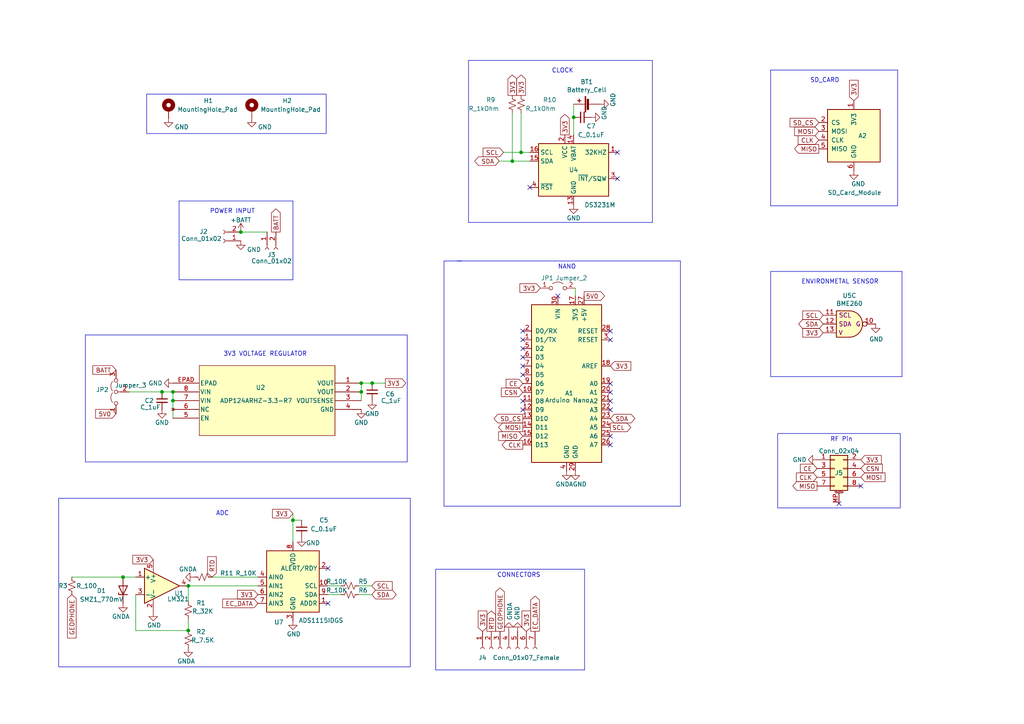
<source format=kicad_sch>
(kicad_sch (version 20230121) (generator eeschema)
  (paper "A4")
  (title_block (title "PENETROMETER BOARD") (date "2023-05-05") (company "ARTS LAB"))
  (lib_symbols
    (symbol "4xxx:4023" (pin_names (offset 1.016))
      (property "Reference" "U" (at 0 1.27 0))
      (property "Value" "4023" (at 0 -1.27 0))
      (symbol "4023_1_1"
        (arc (start 0 -3.81) (mid 3.7934 0) (end 0 3.81) (stroke (width 0.254)) (fill (type background)))
        (polyline (pts (xy 0 3.81) (xy -3.81 3.81) (xy -3.81 -3.81) (xy 0 -3.81)) (stroke (width 0.254)) (fill (type background)))
        (pin input line (at -7.62 2.54 0) (length 3.81) (name "~") (number "1"))
        (pin input line (at -7.62 0 0) (length 3.81) (name "~") (number "2"))
        (pin input line (at -7.62 -2.54 0) (length 3.81) (name "~") (number "8"))
        (pin output inverted (at 7.62 0 180) (length 3.81) (name "~") (number "9"))
      )
      (symbol "4023_1_2"
        (arc (start -3.81 -3.81) (mid -2.589 0) (end -3.81 3.81) (stroke (width 0.254)))
        (arc (start -0.6096 -3.81) (mid 2.1842 -2.5851) (end 3.81 0) (stroke (width 0.254)) (fill (type background)))
        (polyline (pts (xy -3.81 -3.81) (xy -0.635 -3.81)) (stroke (width 0.254)) (fill (type background)))
        (polyline (pts (xy -3.81 3.81) (xy -0.635 3.81)) (stroke (width 0.254)) (fill (type background)))
        (polyline (pts (xy -0.635 3.81) (xy -3.81 3.81) (xy -3.81 3.81) (xy -3.556 3.4036) (xy -3.0226 2.2606) (xy -2.6924 1.0414) (xy -2.6162 -0.254) (xy -2.7686 -1.4986) (xy -3.175 -2.7178) (xy -3.81 -3.81) (xy -3.81 -3.81) (xy -0.635 -3.81)) (stroke (width -25.4)) (fill (type background)))
        (arc (start 3.81 0) (mid 2.1915 2.5936) (end -0.6096 3.81) (stroke (width 0.254)) (fill (type background)))
        (pin input inverted (at -7.62 2.54 0) (length 4.318) (name "~") (number "1"))
        (pin input inverted (at -7.62 0 0) (length 4.953) (name "~") (number "2"))
        (pin input inverted (at -7.62 -2.54 0) (length 4.318) (name "~") (number "8"))
        (pin output line (at 7.62 0 180) (length 3.81) (name "~") (number "9"))
      )
      (symbol "4023_2_1"
        (arc (start 0 -3.81) (mid 3.7934 0) (end 0 3.81) (stroke (width 0.254)) (fill (type background)))
        (polyline (pts (xy 0 3.81) (xy -3.81 3.81) (xy -3.81 -3.81) (xy 0 -3.81)) (stroke (width 0.254)) (fill (type background)))
        (pin input line (at -7.62 2.54 0) (length 3.81) (name "~") (number "3"))
        (pin input line (at -7.62 0 0) (length 3.81) (name "~") (number "4"))
        (pin input line (at -7.62 -2.54 0) (length 3.81) (name "~") (number "5"))
        (pin output inverted (at 7.62 0 180) (length 3.81) (name "~") (number "6"))
      )
      (symbol "4023_2_2"
        (arc (start -3.81 -3.81) (mid -2.589 0) (end -3.81 3.81) (stroke (width 0.254)))
        (arc (start -0.6096 -3.81) (mid 2.1842 -2.5851) (end 3.81 0) (stroke (width 0.254)) (fill (type background)))
        (polyline (pts (xy -3.81 -3.81) (xy -0.635 -3.81)) (stroke (width 0.254)) (fill (type background)))
        (polyline (pts (xy -3.81 3.81) (xy -0.635 3.81)) (stroke (width 0.254)) (fill (type background)))
        (polyline (pts (xy -0.635 3.81) (xy -3.81 3.81) (xy -3.81 3.81) (xy -3.556 3.4036) (xy -3.0226 2.2606) (xy -2.6924 1.0414) (xy -2.6162 -0.254) (xy -2.7686 -1.4986) (xy -3.175 -2.7178) (xy -3.81 -3.81) (xy -3.81 -3.81) (xy -0.635 -3.81)) (stroke (width -25.4)) (fill (type background)))
        (arc (start 3.81 0) (mid 2.1915 2.5936) (end -0.6096 3.81) (stroke (width 0.254)) (fill (type background)))
        (pin input inverted (at -7.62 2.54 0) (length 4.318) (name "~") (number "3"))
        (pin input inverted (at -7.62 0 0) (length 4.953) (name "~") (number "4"))
        (pin input inverted (at -7.62 -2.54 0) (length 4.318) (name "~") (number "5"))
        (pin output line (at 7.62 0 180) (length 3.81) (name "~") (number "6"))
      )
      (symbol "4023_3_1"
        (arc (start 0 -3.81) (mid 3.7934 0) (end 0 3.81) (stroke (width 0.254)) (fill (type background)))
        (polyline (pts (xy 0 3.81) (xy -3.81 3.81) (xy -3.81 -3.81) (xy 0 -3.81)) (stroke (width 0.254)) (fill (type background)))
        (pin output inverted (at 7.62 0 180) (length 3.81) (name "~") (number "10"))
        (pin input line (at -7.62 2.54 0) (length 3.81) (name "~") (number "11"))
        (pin input line (at -7.62 0 0) (length 3.81) (name "~") (number "12"))
        (pin input line (at -7.62 -2.54 0) (length 3.81) (name "~") (number "13"))
      )
      (symbol "4023_3_2"
        (arc (start -3.81 -3.81) (mid -2.589 0) (end -3.81 3.81) (stroke (width 0.254)))
        (arc (start -0.6096 -3.81) (mid 2.1842 -2.5851) (end 3.81 0) (stroke (width 0.254)) (fill (type background)))
        (polyline (pts (xy -3.81 -3.81) (xy -0.635 -3.81)) (stroke (width 0.254)) (fill (type background)))
        (polyline (pts (xy -3.81 3.81) (xy -0.635 3.81)) (stroke (width 0.254)) (fill (type background)))
        (polyline (pts (xy -0.635 3.81) (xy -3.81 3.81) (xy -3.81 3.81) (xy -3.556 3.4036) (xy -3.0226 2.2606) (xy -2.6924 1.0414) (xy -2.6162 -0.254) (xy -2.7686 -1.4986) (xy -3.175 -2.7178) (xy -3.81 -3.81) (xy -3.81 -3.81) (xy -0.635 -3.81)) (stroke (width -25.4)) (fill (type background)))
        (arc (start 3.81 0) (mid 2.1915 2.5936) (end -0.6096 3.81) (stroke (width 0.254)) (fill (type background)))
        (pin output line (at 7.62 0 180) (length 3.81) (name "~") (number "10"))
        (pin input inverted (at -7.62 2.54 0) (length 4.318) (name "~") (number "11"))
        (pin input inverted (at -7.62 0 0) (length 4.953) (name "~") (number "12"))
        (pin input inverted (at -7.62 -2.54 0) (length 4.318) (name "~") (number "13"))
      )
      (symbol "4023_4_0"
        (pin power_in line (at 0 12.7 270) (length 5.08) (name "VDD") (number "14"))
        (pin power_in line (at 0 -12.7 90) (length 5.08) (name "VSS") (number "7"))
      )
      (symbol "4023_4_1"
        (rectangle (start -5.08 7.62) (end 5.08 -7.62) (stroke (width 0.254)) (fill (type background)))
      )
    )
    (symbol "Amplifier_Operational:LM321" (pin_names (offset 0.127))
      (property "Reference" "U" (at 0 7.62 0))
      (property "Value" "LM321" (at 0 5.08 0))
      (symbol "LM321_0_1"
        (polyline (pts (xy -5.08 5.08) (xy 5.08 0) (xy -5.08 -5.08) (xy -5.08 5.08)) (stroke (width 0.254)) (fill (type background)))
      )
      (symbol "LM321_1_1"
        (pin input line (at -7.62 2.54 0) (length 2.54) (name "+") (number "1"))
        (pin power_in line (at -2.54 -7.62 90) (length 3.81) (name "V-") (number "2"))
        (pin input line (at -7.62 -2.54 0) (length 2.54) (name "-") (number "3"))
        (pin output line (at 7.62 0 180) (length 2.54) (name "~") (number "4"))
        (pin power_in line (at -2.54 7.62 270) (length 3.81) (name "V+") (number "5"))
      )
    )
    (symbol "Analog_ADC:ADS1115IDGS"
      (property "Reference" "U" (at 2.54 13.97 0))
      (property "Value" "ADS1115IDGS" (at 7.62 11.43 0))
      (symbol "ADS1115IDGS_0_1"
        (rectangle (start -7.62 10.16) (end 7.62 -7.62) (stroke (width 0.254)) (fill (type background)))
      )
      (symbol "ADS1115IDGS_1_1"
        (pin input line (at 10.16 -5.08 180) (length 2.54) (name "ADDR") (number "1"))
        (pin input line (at 10.16 0 180) (length 2.54) (name "SCL") (number "10"))
        (pin output line (at 10.16 5.08 180) (length 2.54) (name "ALERT/RDY") (number "2"))
        (pin power_in line (at 0 -10.16 90) (length 2.54) (name "GND") (number "3"))
        (pin input line (at -10.16 2.54 0) (length 2.54) (name "AIN0") (number "4"))
        (pin input line (at -10.16 0 0) (length 2.54) (name "AIN1") (number "5"))
        (pin input line (at -10.16 -2.54 0) (length 2.54) (name "AIN2") (number "6"))
        (pin input line (at -10.16 -5.08 0) (length 2.54) (name "AIN3") (number "7"))
        (pin power_in line (at 0 12.7 270) (length 2.54) (name "VDD") (number "8"))
        (pin bidirectional line (at 10.16 -2.54 180) (length 2.54) (name "SDA") (number "9"))
      )
    )
    (symbol "Connector:Conn_01x02_Female" (pin_names (offset 1.016) hide)
      (property "Reference" "J" (at 0 2.54 0))
      (property "Value" "Conn_01x02_Female" (at 0 -5.08 0))
      (symbol "Conn_01x02_Female_1_1"
        (arc (start 0 -2.032) (mid -0.5058 -2.54) (end 0 -3.048) (stroke (width 0.1524)))
        (polyline (pts (xy -1.27 -2.54) (xy -0.508 -2.54)) (stroke (width 0.1524)))
        (polyline (pts (xy -1.27 0) (xy -0.508 0)) (stroke (width 0.1524)))
        (arc (start 0 0.508) (mid -0.5058 0) (end 0 -0.508) (stroke (width 0.1524)))
        (pin passive line (at -5.08 0 0) (length 3.81) (name "Pin_1") (number "1"))
        (pin passive line (at -5.08 -2.54 0) (length 3.81) (name "Pin_2") (number "2"))
      )
    )
    (symbol "Connector:Conn_01x07_Female" (pin_names (offset 1.016) hide)
      (property "Reference" "J" (at 0 10.16 0))
      (property "Value" "Conn_01x07_Female" (at 0 -10.16 0))
      (symbol "Conn_01x07_Female_1_1"
        (arc (start 0 -7.112) (mid -0.5058 -7.62) (end 0 -8.128) (stroke (width 0.1524)))
        (arc (start 0 -4.572) (mid -0.5058 -5.08) (end 0 -5.588) (stroke (width 0.1524)))
        (arc (start 0 -2.032) (mid -0.5058 -2.54) (end 0 -3.048) (stroke (width 0.1524)))
        (polyline (pts (xy -1.27 -7.62) (xy -0.508 -7.62)) (stroke (width 0.1524)))
        (polyline (pts (xy -1.27 -5.08) (xy -0.508 -5.08)) (stroke (width 0.1524)))
        (polyline (pts (xy -1.27 -2.54) (xy -0.508 -2.54)) (stroke (width 0.1524)))
        (polyline (pts (xy -1.27 0) (xy -0.508 0)) (stroke (width 0.1524)))
        (polyline (pts (xy -1.27 2.54) (xy -0.508 2.54)) (stroke (width 0.1524)))
        (polyline (pts (xy -1.27 5.08) (xy -0.508 5.08)) (stroke (width 0.1524)))
        (polyline (pts (xy -1.27 7.62) (xy -0.508 7.62)) (stroke (width 0.1524)))
        (arc (start 0 0.508) (mid -0.5058 0) (end 0 -0.508) (stroke (width 0.1524)))
        (arc (start 0 3.048) (mid -0.5058 2.54) (end 0 2.032) (stroke (width 0.1524)))
        (arc (start 0 5.588) (mid -0.5058 5.08) (end 0 4.572) (stroke (width 0.1524)))
        (arc (start 0 8.128) (mid -0.5058 7.62) (end 0 7.112) (stroke (width 0.1524)))
        (pin passive line (at -5.08 7.62 0) (length 3.81) (name "Pin_1") (number "1"))
        (pin passive line (at -5.08 5.08 0) (length 3.81) (name "Pin_2") (number "2"))
        (pin passive line (at -5.08 2.54 0) (length 3.81) (name "Pin_3") (number "3"))
        (pin passive line (at -5.08 0 0) (length 3.81) (name "Pin_4") (number "4"))
        (pin passive line (at -5.08 -2.54 0) (length 3.81) (name "Pin_5") (number "5"))
        (pin passive line (at -5.08 -5.08 0) (length 3.81) (name "Pin_6") (number "6"))
        (pin passive line (at -5.08 -7.62 0) (length 3.81) (name "Pin_7") (number "7"))
      )
    )
    (symbol "Connector_Generic_MountingPin:Conn_02x04_Odd_Even_MountingPin" (pin_names (offset 1.016) hide)
      (property "Reference" "J" (at 1.27 5.08 0))
      (property "Value" "Conn_02x04_Odd_Even_MountingPin" (at 2.54 -7.62 0))
      (symbol "Conn_02x04_Odd_Even_MountingPin_1_1"
        (rectangle (start -1.27 -4.953) (end 0 -5.207) (stroke (width 0.1524)))
        (rectangle (start -1.27 -2.413) (end 0 -2.667) (stroke (width 0.1524)))
        (rectangle (start -1.27 0.127) (end 0 -0.127) (stroke (width 0.1524)))
        (rectangle (start -1.27 2.667) (end 0 2.413) (stroke (width 0.1524)))
        (rectangle (start -1.27 3.81) (end 3.81 -6.35) (stroke (width 0.254)) (fill (type background)))
        (polyline (pts (xy 0.254 -7.112) (xy 2.286 -7.112)) (stroke (width 0.1524)))
        (rectangle (start 3.81 -4.953) (end 2.54 -5.207) (stroke (width 0.1524)))
        (rectangle (start 3.81 -2.413) (end 2.54 -2.667) (stroke (width 0.1524)))
        (rectangle (start 3.81 0.127) (end 2.54 -0.127) (stroke (width 0.1524)))
        (rectangle (start 3.81 2.667) (end 2.54 2.413) (stroke (width 0.1524)))
        (text "Mounting" (at 1.27 -6.731 0) (effects (font (size 0.381 0.381))))
        (pin passive line (at -5.08 2.54 0) (length 3.81) (name "Pin_1") (number "1"))
        (pin passive line (at 7.62 2.54 180) (length 3.81) (name "Pin_2") (number "2"))
        (pin passive line (at -5.08 0 0) (length 3.81) (name "Pin_3") (number "3"))
        (pin passive line (at 7.62 0 180) (length 3.81) (name "Pin_4") (number "4"))
        (pin passive line (at -5.08 -2.54 0) (length 3.81) (name "Pin_5") (number "5"))
        (pin passive line (at 7.62 -2.54 180) (length 3.81) (name "Pin_6") (number "6"))
        (pin passive line (at -5.08 -5.08 0) (length 3.81) (name "Pin_7") (number "7"))
        (pin passive line (at 7.62 -5.08 180) (length 3.81) (name "Pin_8") (number "8"))
        (pin passive line (at 1.27 -10.16 90) (length 3.048) (name "MountPin") (number "MP"))
      )
    )
    (symbol "Device:Battery_Cell" (pin_numbers hide) (pin_names (offset 0) hide)
      (property "Reference" "BT" (at 2.54 2.54 0))
      (property "Value" "Battery_Cell" (at 2.54 0 0))
      (symbol "Battery_Cell_0_1"
        (rectangle (start -2.286 1.778) (end 2.286 1.524) (fill (type outline)))
        (rectangle (start -1.5748 1.1938) (end 1.4732 0.6858) (fill (type outline)))
        (polyline (pts (xy 0 0.762) (xy 0 0)))
        (polyline (pts (xy 0 1.778) (xy 0 2.54)))
        (polyline (pts (xy 0.508 3.429) (xy 1.524 3.429)) (stroke (width 0.254)))
        (polyline (pts (xy 1.016 3.937) (xy 1.016 2.921)) (stroke (width 0.254)))
      )
      (symbol "Battery_Cell_1_1"
        (pin passive line (at 0 5.08 270) (length 2.54) (name "+") (number "1"))
        (pin passive line (at 0 -2.54 90) (length 2.54) (name "-") (number "2"))
      )
    )
    (symbol "Device:C_Small" (pin_numbers hide) (pin_names (offset 0.254) hide)
      (property "Reference" "C" (at 0.254 1.778 0))
      (property "Value" "C_Small" (at 0.254 -2.032 0))
      (symbol "C_Small_0_1"
        (polyline (pts (xy -1.524 -0.508) (xy 1.524 -0.508)) (stroke (width 0.3302)))
        (polyline (pts (xy -1.524 0.508) (xy 1.524 0.508)) (stroke (width 0.3048)))
      )
      (symbol "C_Small_1_1"
        (pin passive line (at 0 2.54 270) (length 2.032) (name "~") (number "1"))
        (pin passive line (at 0 -2.54 90) (length 2.032) (name "~") (number "2"))
      )
    )
    (symbol "Device:R_Small_US" (pin_numbers hide) (pin_names (offset 0.254) hide)
      (property "Reference" "R" (at 0.762 0.508 0))
      (property "Value" "R_Small_US" (at 0.762 -1.016 0))
      (symbol "R_Small_US_1_1"
        (polyline (pts (xy 0 0) (xy 1.016 -0.381) (xy 0 -0.762) (xy -1.016 -1.143) (xy 0 -1.524)))
        (polyline (pts (xy 0 1.524) (xy 1.016 1.143) (xy 0 0.762) (xy -1.016 0.381) (xy 0 0)))
        (pin passive line (at 0 2.54 270) (length 1.016) (name "~") (number "1"))
        (pin passive line (at 0 -2.54 90) (length 1.016) (name "~") (number "2"))
      )
    )
    (symbol "Diode:SMZxxx" (pin_numbers hide) (pin_names hide)
      (property "Reference" "D" (at 0 2.54 0))
      (property "Value" "SMZxxx" (at 0 -2.54 0))
      (symbol "SMZxxx_0_1"
        (polyline (pts (xy 1.27 0) (xy -1.27 0)))
        (polyline (pts (xy -1.27 -1.27) (xy -1.27 1.27) (xy -0.762 1.27)) (stroke (width 0.254)))
        (polyline (pts (xy 1.27 -1.27) (xy 1.27 1.27) (xy -1.27 0) (xy 1.27 -1.27)) (stroke (width 0.254)))
      )
      (symbol "SMZxxx_1_1"
        (pin passive line (at -3.81 0 0) (length 2.54) (name "K") (number "1"))
        (pin passive line (at 3.81 0 180) (length 2.54) (name "A") (number "2"))
      )
    )
    (symbol "Jumper:Jumper_2_Open" (pin_names (offset 0) hide)
      (property "Reference" "JP" (at 0 2.794 0))
      (property "Value" "Jumper_2_Open" (at 0 -2.286 0))
      (symbol "Jumper_2_Open_0_0"
        (circle (center -2.032 0) (radius 0.508))
        (circle (center 2.032 0) (radius 0.508))
      )
      (symbol "Jumper_2_Open_0_1"
        (arc (start 1.524 1.27) (mid 0 1.778) (end -1.524 1.27))
      )
      (symbol "Jumper_2_Open_1_1"
        (pin passive line (at -5.08 0 0) (length 2.54) (name "A") (number "1"))
        (pin passive line (at 5.08 0 180) (length 2.54) (name "B") (number "2"))
      )
    )
    (symbol "Jumper:Jumper_3_Open" (pin_names (offset 0) hide)
      (property "Reference" "JP" (at -2.54 -2.54 0))
      (property "Value" "Jumper_3_Open" (at 0 2.794 0))
      (symbol "Jumper_3_Open_0_0"
        (circle (center -3.302 0) (radius 0.508))
        (circle (center 0 0) (radius 0.508))
        (circle (center 3.302 0) (radius 0.508))
      )
      (symbol "Jumper_3_Open_0_1"
        (arc (start -0.254 1.016) (mid -1.651 1.4992) (end -3.048 1.016))
        (polyline (pts (xy 0 -0.508) (xy 0 -1.27)))
        (arc (start 3.048 1.016) (mid 1.651 1.4992) (end 0.254 1.016))
      )
      (symbol "Jumper_3_Open_1_1"
        (pin passive line (at -6.35 0 0) (length 2.54) (name "A") (number "1"))
        (pin passive line (at 0 -3.81 90) (length 2.54) (name "C") (number "2"))
        (pin passive line (at 6.35 0 180) (length 2.54) (name "B") (number "3"))
      )
    )
    (symbol "Mechanical:MountingHole_Pad" (pin_numbers hide) (pin_names (offset 1.016) hide)
      (property "Reference" "H" (at 0 6.35 0))
      (property "Value" "MountingHole_Pad" (at 0 4.445 0))
      (symbol "MountingHole_Pad_0_1"
        (circle (center 0 1.27) (radius 1.27) (stroke (width 1.27)))
      )
      (symbol "MountingHole_Pad_1_1"
        (pin input line (at 0 -2.54 90) (length 2.54) (name "1") (number "1"))
      )
    )
    (symbol "Timer_RTC:DS3231M"
      (property "Reference" "U" (at -7.62 8.89 0))
      (property "Value" "DS3231M" (at 10.16 8.89 0))
      (symbol "DS3231M_0_1"
        (rectangle (start -10.16 7.62) (end 10.16 -7.62) (stroke (width 0.254)) (fill (type background)))
      )
      (symbol "DS3231M_1_1"
        (pin open_collector line (at 12.7 5.08 180) (length 2.54) (name "32KHZ") (number "1"))
        (pin passive line (at 0 -10.16 90) (length 2.54) hide (name "GND") (number "10"))
        (pin passive line (at 0 -10.16 90) (length 2.54) hide (name "GND") (number "11"))
        (pin passive line (at 0 -10.16 90) (length 2.54) hide (name "GND") (number "12"))
        (pin power_in line (at 0 -10.16 90) (length 2.54) (name "GND") (number "13"))
        (pin power_in line (at 0 10.16 270) (length 2.54) (name "VBAT") (number "14"))
        (pin bidirectional line (at -12.7 2.54 0) (length 2.54) (name "SDA") (number "15"))
        (pin input line (at -12.7 5.08 0) (length 2.54) (name "SCL") (number "16"))
        (pin power_in line (at -2.54 10.16 270) (length 2.54) (name "VCC") (number "2"))
        (pin open_collector line (at 12.7 -2.54 180) (length 2.54) (name "~{INT}/SQW") (number "3"))
        (pin bidirectional line (at -12.7 -5.08 0) (length 2.54) (name "~{RST}") (number "4"))
        (pin passive line (at 0 -10.16 90) (length 2.54) hide (name "GND") (number "5"))
        (pin passive line (at 0 -10.16 90) (length 2.54) hide (name "GND") (number "6"))
        (pin passive line (at 0 -10.16 90) (length 2.54) hide (name "GND") (number "7"))
        (pin passive line (at 0 -10.16 90) (length 2.54) hide (name "GND") (number "8"))
        (pin passive line (at 0 -10.16 90) (length 2.54) hide (name "GND") (number "9"))
      )
    )
    (symbol "power:+BATT" (power) (pin_names (offset 0))
      (property "Value" "+BATT" (at 0 3.556 0))
      (symbol "+BATT_0_1"
        (polyline (pts (xy -0.762 1.27) (xy 0 2.54)))
        (polyline (pts (xy 0 0) (xy 0 2.54)))
        (polyline (pts (xy 0 2.54) (xy 0.762 1.27)))
      )
      (symbol "+BATT_1_1"
        (pin power_in line (at 0 0 90) (length 0) hide (name "+BATT") (number "1"))
      )
    )
    (symbol "power:GND" (power) (pin_names (offset 0))
      (property "Value" "GND" (at 0 -3.81 0))
      (symbol "GND_0_1"
        (polyline (pts (xy 0 0) (xy 0 -1.27) (xy 1.27 -1.27) (xy 0 -2.54) (xy -1.27 -1.27) (xy 0 -1.27)))
      )
      (symbol "GND_1_1"
        (pin power_in line (at 0 0 270) (length 0) hide (name "GND") (number "1"))
      )
    )
    (symbol "power:GNDA" (power) (pin_names (offset 0))
      (property "Value" "GNDA" (at 0 -3.81 0))
      (symbol "GNDA_0_1"
        (polyline (pts (xy 0 0) (xy 0 -1.27) (xy 1.27 -1.27) (xy 0 -2.54) (xy -1.27 -1.27) (xy 0 -1.27)))
      )
      (symbol "GNDA_1_1"
        (pin power_in line (at 0 0 270) (length 0) hide (name "GNDA") (number "1"))
      )
    )
    (symbol "smart penetrometer update-rescue:ADP124ARHZ-3.3-R7" (pin_names (offset 0.254))
      (property "Reference" "U2" (at 29.21 -1.27 0))
      (property "Value" "ADP124ARHZ-3.3-R7" (at 30.48 -5.08 0))
      (symbol "ADP124ARHZ-3.3-R7_0_1"
        (polyline (pts (xy 7.62 5.08) (xy 7.62 -15.24)) (stroke (width 0.127)))
        (pin output line (at 0 0 0) (length 7.62) (name "VOUT") (number "1"))
        (pin output line (at 0 -2.54 0) (length 7.62) (name "VOUT") (number "2"))
        (pin output line (at 0 -5.08 0) (length 7.62) (name "VOUTSENSE") (number "3"))
        (pin power_in line (at 0 -7.62 0) (length 7.62) (name "GND") (number "4"))
        (pin input line (at 54.61 -10.16 180) (length 7.62) (name "EN") (number "5"))
        (pin no_connect line (at 54.61 -7.62 180) (length 7.62) (name "NC") (number "6"))
        (pin input line (at 54.61 -5.08 180) (length 7.62) (name "VIN") (number "7"))
        (pin input line (at 54.61 -2.54 180) (length 7.62) (name "VIN") (number "8"))
        (pin unspecified line (at 54.61 0 180) (length 7.62) (name "EPAD") (number "EPAD"))
      )
      (symbol "ADP124ARHZ-3.3-R7_1_1"
        (rectangle (start 7.62 5.08) (end 46.99 -15.24) (fill (type background)))
      )
    )
    (symbol "smart-penetrometer-update-rescue:Arduino_Nano_v3.x-MCU_Module-kitest-rescue-smart-penetrometer-rescue-smart-penetrometer-update-rescue" (pin_names (offset 1.016))
      (property "Reference" "A" (at -5.08 26.035 0))
      (property "Value" "Arduino_Nano_v3.x-MCU_Module-kitest-rescue-smart-penetrometer-rescue-smart-penetrometer-update-rescue" (at -5.08 24.13 0))
      (symbol "Arduino_Nano_v3.x-MCU_Module-kitest-rescue-smart-penetrometer-rescue-smart-penetrometer-update-rescue_0_1"
        (rectangle (start -10.16 22.86) (end 10.16 -22.86) (stroke (width 0.254)) (fill (type background)))
      )
      (symbol "Arduino_Nano_v3.x-MCU_Module-kitest-rescue-smart-penetrometer-rescue-smart-penetrometer-update-rescue_1_1"
        (pin bidirectional line (at -12.7 12.7 0) (length 2.54) (name "D1/TX") (number "1"))
        (pin bidirectional line (at -12.7 -2.54 0) (length 2.54) (name "D7") (number "10"))
        (pin bidirectional line (at -12.7 -5.08 0) (length 2.54) (name "D8") (number "11"))
        (pin bidirectional line (at -12.7 -7.62 0) (length 2.54) (name "D9") (number "12"))
        (pin bidirectional line (at -12.7 -10.16 0) (length 2.54) (name "D10") (number "13"))
        (pin bidirectional line (at -12.7 -12.7 0) (length 2.54) (name "D11") (number "14"))
        (pin bidirectional line (at -12.7 -15.24 0) (length 2.54) (name "D12") (number "15"))
        (pin bidirectional line (at -12.7 -17.78 0) (length 2.54) (name "D13") (number "16"))
        (pin power_out line (at 2.54 25.4 270) (length 2.54) (name "3V3") (number "17"))
        (pin input line (at 12.7 5.08 180) (length 2.54) (name "AREF") (number "18"))
        (pin bidirectional line (at 12.7 0 180) (length 2.54) (name "A0") (number "19"))
        (pin bidirectional line (at -12.7 15.24 0) (length 2.54) (name "D0/RX") (number "2"))
        (pin bidirectional line (at 12.7 -2.54 180) (length 2.54) (name "A1") (number "20"))
        (pin bidirectional line (at 12.7 -5.08 180) (length 2.54) (name "A2") (number "21"))
        (pin bidirectional line (at 12.7 -7.62 180) (length 2.54) (name "A3") (number "22"))
        (pin bidirectional line (at 12.7 -10.16 180) (length 2.54) (name "A4") (number "23"))
        (pin bidirectional line (at 12.7 -12.7 180) (length 2.54) (name "A5") (number "24"))
        (pin bidirectional line (at 12.7 -15.24 180) (length 2.54) (name "A6") (number "25"))
        (pin bidirectional line (at 12.7 -17.78 180) (length 2.54) (name "A7") (number "26"))
        (pin power_out line (at 5.08 25.4 270) (length 2.54) (name "+5V") (number "27"))
        (pin input line (at 12.7 15.24 180) (length 2.54) (name "RESET") (number "28"))
        (pin power_in line (at 2.54 -25.4 90) (length 2.54) (name "GND") (number "29"))
        (pin input line (at 12.7 12.7 180) (length 2.54) (name "RESET") (number "3"))
        (pin power_in line (at -2.54 25.4 270) (length 2.54) (name "VIN") (number "30"))
        (pin power_in line (at 0 -25.4 90) (length 2.54) (name "GND") (number "4"))
        (pin bidirectional line (at -12.7 10.16 0) (length 2.54) (name "D2") (number "5"))
        (pin bidirectional line (at -12.7 7.62 0) (length 2.54) (name "D3") (number "6"))
        (pin bidirectional line (at -12.7 5.08 0) (length 2.54) (name "D4") (number "7"))
        (pin bidirectional line (at -12.7 2.54 0) (length 2.54) (name "D5") (number "8"))
        (pin bidirectional line (at -12.7 0 0) (length 2.54) (name "D6") (number "9"))
      )
    )
    (symbol "smart-penetrometer-update-rescue:SD_Card_Module-Charleslabs_Parts-kitest-rescue-smart-penetrometer-rescue-smart-penetrometer-update-rescue" (pin_names (offset 1.016))
      (property "Reference" "A" (at -7.62 10.16 0))
      (property "Value" "SD_Card_Module-Charleslabs_Parts-kitest-rescue-smart-penetrometer-rescue-smart-penetrometer-update-rescue" (at 10.16 10.16 0))
      (symbol "SD_Card_Module-Charleslabs_Parts-kitest-rescue-smart-penetrometer-rescue-smart-penetrometer-update-rescue_0_1"
        (rectangle (start -7.62 7.62) (end 7.62 -7.62) (stroke (width 0.254)) (fill (type background)))
      )
      (symbol "SD_Card_Module-Charleslabs_Parts-kitest-rescue-smart-penetrometer-rescue-smart-penetrometer-update-rescue_1_1"
        (pin power_in line (at 0 10.16 270) (length 2.54) (name "3V3") (number "1"))
        (pin input line (at -10.16 3.81 0) (length 2.54) (name "CS") (number "2"))
        (pin input line (at -10.16 1.27 0) (length 2.54) (name "MOSI") (number "3"))
        (pin input line (at -10.16 -1.27 0) (length 2.54) (name "CLK") (number "4"))
        (pin tri_state line (at -10.16 -3.81 0) (length 2.54) (name "MISO") (number "5"))
        (pin power_in line (at 0 -10.16 90) (length 2.54) (name "GND") (number "6"))
      )
    )
  )
  (junction (at 54.61 169.926))
  (junction (at 151.13 44.196))
  (junction (at 54.61 182.88))
  (junction (at 107.95 111.125))
  (junction (at 46.99 113.665))
  (junction (at 35.687 167.386))
  (junction (at 166.37 34.036))
  (junction (at 69.85 67.31))
  (junction (at 50.165 116.205))
  (junction (at 50.165 113.665))
  (junction (at 104.775 113.665))
  (junction (at 104.775 111.125))
  (junction (at 84.963 150.876))
  (junction (at 148.59 46.736))
  (no_connect (at 151.638 108.712))
  (no_connect (at 161.798 85.852))
  (no_connect (at 177.038 111.252))
  (no_connect (at 249.682 140.97))
  (no_connect (at 177.038 98.552))
  (no_connect (at 151.638 116.332))
  (no_connect (at 243.332 146.05))
  (no_connect (at 151.638 118.872))
  (no_connect (at 177.038 129.032))
  (no_connect (at 151.638 106.172))
  (no_connect (at 177.038 116.332))
  (no_connect (at 95.123 175.006))
  (no_connect (at 177.038 118.872))
  (no_connect (at 151.638 101.092))
  (no_connect (at 153.67 54.356))
  (no_connect (at 151.638 98.552))
  (no_connect (at 177.038 113.792))
  (no_connect (at 151.638 96.012))
  (no_connect (at 179.07 44.196))
  (no_connect (at 177.038 126.492))
  (no_connect (at 179.07 51.816))
  (no_connect (at 151.638 103.632))
  (no_connect (at 177.038 96.012))
  (no_connect (at 95.123 164.846))
  (wire (pts (xy 46.99 113.665) (xy 50.165 113.665)))
  (wire (pts (xy 151.13 44.196) (xy 153.67 44.196)))
  (wire (pts (xy 50.165 116.205) (xy 50.165 121.285)))
  (polyline (pts (xy 261.62 109.22) (xy 223.52 109.22)))
  (wire (pts (xy 84.963 148.971) (xy 84.963 150.876)))
  (wire (pts (xy 54.61 182.88) (xy 39.37 182.88)))
  (wire (pts (xy 148.59 46.736) (xy 153.67 46.736)))
  (wire (pts (xy 54.61 169.926) (xy 74.803 169.926)))
  (polyline (pts (xy 189.23 64.516) (xy 189.23 17.526)))
  (polyline (pts (xy 197.358 146.812) (xy 128.778 146.812)))
  (wire (pts (xy 166.37 34.036) (xy 166.37 39.116)))
  (polyline (pts (xy 128.778 146.812) (xy 128.778 75.692)))
  (polyline (pts (xy 223.52 78.74) (xy 223.52 109.22)))
  (polyline (pts (xy 261.62 78.74) (xy 261.62 109.22)))
  (wire (pts (xy 104.775 113.665) (xy 104.775 116.205)))
  (polyline (pts (xy 223.52 59.69) (xy 260.35 59.69)))
  (polyline (pts (xy 51.943 58.293) (xy 51.943 81.153)))
  (wire (pts (xy 74.803 167.386) (xy 61.468 167.386)))
  (wire (pts (xy 104.775 111.125) (xy 107.95 111.125)))
  (polyline (pts (xy 260.35 20.32) (xy 223.52 20.32)))
  (wire (pts (xy 50.165 113.665) (xy 50.165 116.205)))
  (polyline (pts (xy 169.545 165.1) (xy 169.545 194.31)))
  (wire (pts (xy 104.775 111.125) (xy 104.775 113.665)))
  (polyline (pts (xy 84.963 58.293) (xy 51.943 58.293)))
  (wire (pts (xy 151.13 32.766) (xy 151.13 44.196)))
  (wire (pts (xy 69.85 67.31) (xy 77.47 67.31)))
  (polyline (pts (xy 197.358 75.692) (xy 197.358 146.812)))
  (wire (pts (xy 54.61 169.926) (xy 54.61 174.498)))
  (wire (pts (xy 166.878 83.566) (xy 166.878 85.852)))
  (polyline (pts (xy 84.963 81.153) (xy 84.963 58.293)))
  (wire (pts (xy 95.123 172.466) (xy 98.933 172.466)))
  (polyline (pts (xy 223.52 78.74) (xy 261.62 78.74)))
  (polyline (pts (xy 126.365 165.1) (xy 169.545 165.1)))
  (polyline (pts (xy 128.778 75.692) (xy 133.858 75.692)))
  (wire (pts (xy 54.61 179.578) (xy 54.61 182.88)))
  (wire (pts (xy 39.37 182.88) (xy 39.37 172.466)))
  (wire (pts (xy 146.05 44.196) (xy 151.13 44.196)))
  (polyline (pts (xy 223.52 20.32) (xy 223.52 59.69)))
  (wire (pts (xy 166.37 30.226) (xy 166.37 34.036)))
  (wire (pts (xy 20.828 167.386) (xy 35.687 167.386)))
  (polyline (pts (xy 126.365 194.31) (xy 126.365 165.1)))
  (wire (pts (xy 84.963 150.876) (xy 87.503 150.876)))
  (wire (pts (xy 104.013 169.926) (xy 107.823 169.926)))
  (polyline (pts (xy 169.545 194.31) (xy 126.365 194.31)))
  (polyline (pts (xy 135.89 17.526) (xy 189.23 17.526)))
  (polyline (pts (xy 132.588 75.692) (xy 197.358 75.692)))
  (polyline (pts (xy 135.89 17.526) (xy 135.89 64.516)))
  (wire (pts (xy 148.59 32.766) (xy 148.59 46.736)))
  (wire (pts (xy 144.78 46.736) (xy 148.59 46.736)))
  (wire (pts (xy 84.963 150.876) (xy 84.963 157.226)))
  (wire (pts (xy 37.465 113.665) (xy 46.99 113.665)))
  (wire (pts (xy 95.123 169.926) (xy 98.933 169.926)))
  (wire (pts (xy 104.013 172.466) (xy 107.823 172.466)))
  (polyline (pts (xy 51.943 81.153) (xy 84.963 81.153)))
  (wire (pts (xy 35.687 167.386) (xy 39.37 167.386)))
  (polyline (pts (xy 260.35 59.69) (xy 260.35 20.32)))
  (polyline (pts (xy 135.89 64.516) (xy 189.23 64.516)))
  (wire (pts (xy 107.95 111.125) (xy 111.76 111.125)))
  (rectangle (start 42.545 27.305) (end 94.615 38.735))
  (rectangle (start 24.765 97.155) (end 118.11 133.985))
  (rectangle (start 17.018 144.526) (end 118.999 193.421))
  (rectangle (start 225.552 125.73) (end 261.112 147.32))
  (text "ADC" (at 62.611 149.733 0) (effects (font (size 1.27 1.27)) (justify left bottom)))
  (text "POWER INPUT" (at 60.833 62.103 0) (effects (font (size 1.27 1.27)) (justify left bottom)))
  (text "3V3 VOLTAGE REGULATOR" (at 64.77 103.505 0) (effects (font (size 1.27 1.27)) (justify left bottom)))
  (text "NANO" (at 161.798 78.232 0) (effects (font (size 1.27 1.27)) (justify left bottom)))
  (text "CLOCK" (at 160.02 21.336 0) (effects (font (size 1.27 1.27)) (justify left bottom)))
  (text "RF Pin" (at 240.792 128.27 0) (effects (font (size 1.27 1.27)) (justify left bottom)))
  (text "CONNECTORS" (at 144.145 167.64 0) (effects (font (size 1.27 1.27)) (justify left bottom)))
  (text "SD_CARD" (at 234.95 24.13 0) (effects (font (size 1.27 1.27)) (justify left bottom)))
  (text "ENVIRONMETAL SENSOR" (at 232.41 82.55 0) (effects (font (size 1.27 1.27)) (justify left bottom)))
  (global_label "3V3" (shape input) (at 44.45 162.306 180) (property "Intersheetrefs" "${INTERSHEET_REFS}" (effects hide)))
  (global_label "SDA" (shape bidirectional) (at 144.78 46.736 180) (property "Intersheetrefs" "${INTERSHEET_REFS}" (effects hide)))
  (global_label "SCL" (shape input) (at 146.05 44.196 180) (property "Intersheetrefs" "${INTERSHEET_REFS}" (effects hide)))
  (global_label "CSN" (shape input) (at 151.638 113.792 180) (property "Intersheetrefs" "${INTERSHEET_REFS}" (effects hide)))
  (global_label "EC_DATA" (shape output) (at 155.194 183.134 90) (property "Intersheetrefs" "${INTERSHEET_REFS}" (effects hide)))
  (global_label "GEOPHONE" (shape input) (at 20.828 172.466 270) (property "Intersheetrefs" "${INTERSHEET_REFS}" (effects hide)))
  (global_label "CLK" (shape input) (at 236.982 138.43 180) (property "Intersheetrefs" "${INTERSHEET_REFS}" (effects hide)))
  (global_label "MOSI" (shape input) (at 237.49 38.1 180) (property "Intersheetrefs" "${INTERSHEET_REFS}" (effects hide)))
  (global_label "SCL" (shape input) (at 238.76 91.44 180) (property "Intersheetrefs" "${INTERSHEET_REFS}" (effects hide)))
  (global_label "CLK" (shape input) (at 237.49 40.64 180) (property "Intersheetrefs" "${INTERSHEET_REFS}" (effects hide)))
  (global_label "5V0" (shape output) (at 169.418 85.852 0) (property "Intersheetrefs" "${INTERSHEET_REFS}" (effects hide)))
  (global_label "SCL" (shape output) (at 177.038 123.952 0) (property "Intersheetrefs" "${INTERSHEET_REFS}" (effects hide)))
  (global_label "3V3" (shape input) (at 139.954 183.134 90) (property "Intersheetrefs" "${INTERSHEET_REFS}" (effects hide)))
  (global_label "3V3" (shape input) (at 177.038 106.172 0) (property "Intersheetrefs" "${INTERSHEET_REFS}" (effects hide)))
  (global_label "3V3" (shape input) (at 152.654 183.134 90) (property "Intersheetrefs" "${INTERSHEET_REFS}" (effects hide)))
  (global_label "EC_DATA" (shape input) (at 74.803 175.006 180) (property "Intersheetrefs" "${INTERSHEET_REFS}" (effects hide)))
  (global_label "CLK" (shape output) (at 151.638 129.032 180) (property "Intersheetrefs" "${INTERSHEET_REFS}" (effects hide)))
  (global_label "GEOPHONE" (shape output) (at 145.034 183.134 90) (property "Intersheetrefs" "${INTERSHEET_REFS}" (effects hide)))
  (global_label "5V0" (shape input) (at 33.655 120.015 180) (property "Intersheetrefs" "${INTERSHEET_REFS}" (effects hide)))
  (global_label "3V3" (shape output) (at 148.59 27.686 90) (property "Intersheetrefs" "${INTERSHEET_REFS}" (effects hide)))
  (global_label "SDA" (shape bidirectional) (at 107.823 172.466 0) (property "Intersheetrefs" "${INTERSHEET_REFS}" (effects hide)))
  (global_label "BATT" (shape output) (at 80.01 67.31 90) (property "Intersheetrefs" "${INTERSHEET_REFS}" (effects hide)))
  (global_label "SD_CS" (shape input) (at 237.49 35.56 180) (property "Intersheetrefs" "${INTERSHEET_REFS}" (effects hide)))
  (global_label "3V3" (shape input) (at 238.76 96.52 180) (property "Intersheetrefs" "${INTERSHEET_REFS}" (effects hide)))
  (global_label "SDA" (shape bidirectional) (at 238.76 93.98 180) (property "Intersheetrefs" "${INTERSHEET_REFS}" (effects hide)))
  (global_label "MISO" (shape output) (at 236.982 140.97 180) (property "Intersheetrefs" "${INTERSHEET_REFS}" (effects hide)))
  (global_label "CSN" (shape input) (at 249.682 135.89 0) (property "Intersheetrefs" "${INTERSHEET_REFS}" (effects hide)))
  (global_label "SD_CS" (shape output) (at 151.638 121.412 180) (property "Intersheetrefs" "${INTERSHEET_REFS}" (effects hide)))
  (global_label "RTD" (shape input) (at 61.468 167.386 90) (property "Intersheetrefs" "${INTERSHEET_REFS}" (effects hide)))
  (global_label "3V3" (shape output) (at 151.13 27.686 90) (property "Intersheetrefs" "${INTERSHEET_REFS}" (effects hide)))
  (global_label "CE" (shape input) (at 236.982 135.89 180) (property "Intersheetrefs" "${INTERSHEET_REFS}" (effects hide)))
  (global_label "3V3" (shape output) (at 111.76 111.125 0) (property "Intersheetrefs" "${INTERSHEET_REFS}" (effects hide)))
  (global_label "MOSI" (shape input) (at 249.682 138.43 0) (property "Intersheetrefs" "${INTERSHEET_REFS}" (effects hide)))
  (global_label "BATT" (shape input) (at 33.655 107.315 180) (property "Intersheetrefs" "${INTERSHEET_REFS}" (effects hide)))
  (global_label "3V3" (shape input) (at 247.65 29.21 90) (property "Intersheetrefs" "${INTERSHEET_REFS}" (effects hide)))
  (global_label "RTD" (shape output) (at 142.494 183.134 90) (property "Intersheetrefs" "${INTERSHEET_REFS}" (effects hide)))
  (global_label "3V3" (shape input) (at 84.963 148.971 180) (property "Intersheetrefs" "${INTERSHEET_REFS}" (effects hide)))
  (global_label "3V3" (shape output) (at 163.83 39.116 90) (property "Intersheetrefs" "${INTERSHEET_REFS}" (effects hide)))
  (global_label "CE" (shape input) (at 151.638 111.252 180) (property "Intersheetrefs" "${INTERSHEET_REFS}" (effects hide)))
  (global_label "3V3" (shape input) (at 74.803 172.466 180) (property "Intersheetrefs" "${INTERSHEET_REFS}" (effects hide)))
  (global_label "3V3" (shape input) (at 156.718 83.566 180) (property "Intersheetrefs" "${INTERSHEET_REFS}" (effects hide)))
  (global_label "SCL" (shape input) (at 107.823 169.926 0) (property "Intersheetrefs" "${INTERSHEET_REFS}" (effects hide)))
  (global_label "MISO" (shape input) (at 151.638 126.492 180) (property "Intersheetrefs" "${INTERSHEET_REFS}" (effects hide)))
  (global_label "MISO" (shape output) (at 237.49 43.18 180) (property "Intersheetrefs" "${INTERSHEET_REFS}" (effects hide)))
  (global_label "3V3" (shape input) (at 249.682 133.35 0) (property "Intersheetrefs" "${INTERSHEET_REFS}" (effects hide)))
  (global_label "SDA" (shape bidirectional) (at 177.038 121.412 0) (property "Intersheetrefs" "${INTERSHEET_REFS}" (effects hide)))
  (global_label "MOSI" (shape output) (at 151.638 123.952 180) (property "Intersheetrefs" "${INTERSHEET_REFS}" (effects hide)))
  (symbol (lib_id "power:GND") (at 87.503 155.956 0) (unit 1)
    (property "Reference" "#PWR011" (effects hide))
    (property "Value" "GND" (at 92.837 157.48 0) (effects (justify right)))
  )
  (symbol (lib_id "Connector:Conn_01x02_Female") (at 77.47 72.39 90) (mirror x) (unit 1)
    (property "Reference" "J3" (at 78.74 73.914 90))
    (property "Value" "Conn_01x02" (at 78.74 75.692 90))
    (property "Footprint" "Connector_PinSocket_2.54mm:PinSocket_1x02_P2.54mm_Horizontal" (effects hide))
  )
  (symbol (lib_id "power:GND") (at 73.025 34.29 0) (unit 1)
    (property "Reference" "#PWR07" (effects hide))
    (property "Value" "GND" (at 76.835 36.83 0))
  )
  (symbol (lib_id "Device:Battery_Cell") (at 171.45 30.226 90) (unit 1)
    (property "Reference" "BT1" (at 170.18 23.749 90))
    (property "Value" "Battery_Cell" (at 170.18 26.0604 90))
    (property "Footprint" "kitest:battery_holder_10mm" (effects hide))
  )
  (symbol (lib_id "Device:R_Small_US") (at 54.61 177.038 0) (unit 1)
    (property "Reference" "R1" (at 58.293 174.879 0))
    (property "Value" "R_32K" (at 58.801 177.292 0))
    (property "Footprint" "Resistor_SMD:R_1206_3216Metric" (effects hide))
  )
  (symbol (lib_id "power:+BATT") (at 69.85 67.31 0) (unit 1)
    (property "Reference" "#PWR04" (effects hide))
    (property "Value" "+BATT" (at 69.85 63.8081 0))
  )
  (symbol (lib_id "Amplifier_Operational:LM321") (at 46.99 169.926 0) (unit 1)
    (property "Reference" "U1" (at 51.943 172.085 0))
    (property "Value" "LM321" (at 51.689 173.736 0))
    (property "Footprint" "Package_TO_SOT_SMD:SOT-23-5" (effects hide))
    (property "Datasheet" "http://www.ti.com/lit/ds/symlink/lm321.pdf" (effects hide))
  )
  (symbol (lib_id "power:GND") (at 107.95 116.205 0) (unit 1)
    (property "Reference" "#PWR010" (effects hide))
    (property "Value" "GND" (at 107.95 120.015 0))
  )
  (symbol (lib_id "power:GND") (at 104.775 118.745 0) (unit 1)
    (property "Reference" "#PWR03" (effects hide))
    (property "Value" "GND" (at 104.775 122.555 0))
  )
  (symbol (lib_id "smart-penetrometer-update-rescue:SD_Card_Module-Charleslabs_Parts-kitest-rescue-smart-penetrometer-rescue-smart-penetrometer-update-rescue") (at 247.65 39.37 0) (unit 1)
    (property "Reference" "A2" (at 248.92 39.37 0) (effects (justify left)))
    (property "Value" "SD_Card_Module" (at 240.03 55.88 0) (effects (justify left)))
    (property "Footprint" "kitest:SD Module" (effects hide))
  )
  (symbol (lib_id "power:GND") (at 173.99 30.226 90) (unit 1)
    (property "Reference" "#PWR017" (effects hide))
    (property "Value" "GND" (at 177.8 28.956 0))
  )
  (symbol (lib_id "power:GNDA") (at 35.687 175.006 0) (unit 1)
    (property "Reference" "#PWR026" (effects hide))
    (property "Value" "GNDA" (at 35.052 178.816 0))
  )
  (symbol (lib_id "Timer_RTC:DS3231M") (at 166.37 49.276 0) (unit 1)
    (property "Reference" "U4" (at 166.37 49.276 0))
    (property "Value" "DS3231M" (at 173.99 59.436 0))
    (property "Footprint" "Package_SO:SOIC-16W_7.5x10.3mm_P1.27mm" (effects hide))
    (property "Datasheet" "http://datasheets.maximintegrated.com/en/ds/DS3231.pdf" (effects hide))
  )
  (symbol (lib_id "power:GNDA") (at 147.574 183.134 180) (unit 1)
    (property "Reference" "#PWR027" (effects hide))
    (property "Value" "GNDA" (at 147.828 177.292 90))
  )
  (symbol (lib_id "Device:C_Small") (at 107.95 113.665 0) (unit 1)
    (property "Reference" "C6" (at 111.76 114.3 0) (effects (justify left)))
    (property "Value" "C_1uF" (at 110.49 116.205 0) (effects (justify left)))
    (property "Footprint" "Capacitor_SMD:C_1206_3216Metric" (effects hide))
  )
  (symbol (lib_id "Connector_Generic_MountingPin:Conn_02x04_Odd_Even_MountingPin") (at 242.062 135.89 0) (unit 1)
    (property "Reference" "J5" (at 243.332 137.16 0))
    (property "Value" "Conn_02x04" (at 243.332 130.81 0))
    (property "Footprint" "Connector_PinSocket_2.54mm:PinSocket_2x04_P2.54mm_Vertical" (effects hide))
  )
  (symbol (lib_id "Connector:Conn_01x07_Female") (at 147.574 188.214 90) (mirror x) (unit 1)
    (property "Reference" "J4" (at 139.954 190.754 90))
    (property "Value" "Conn_01x07_Female" (at 152.654 190.754 90))
    (property "Footprint" "Connector_PinSocket_2.54mm:PinSocket_1x07_P2.54mm_Horizontal" (effects hide))
  )
  (symbol (lib_id "power:GND") (at 46.99 118.745 0) (unit 1)
    (property "Reference" "#PWR02" (effects hide))
    (property "Value" "GND" (at 46.99 122.555 0))
  )
  (symbol (lib_id "Connector:Conn_01x02_Female") (at 64.77 69.85 180) (unit 1)
    (property "Reference" "J2" (at 59.055 67.183 0))
    (property "Value" "Conn_01x02" (at 58.42 69.215 0))
    (property "Footprint" "Connector_PinSocket_2.54mm:PinSocket_1x02_P2.54mm_Horizontal" (effects hide))
  )
  (symbol (lib_id "Device:R_Small_US") (at 58.928 167.386 270) (mirror x) (unit 1)
    (property "Reference" "R11" (at 65.786 166.243 90))
    (property "Value" "R_10K" (at 71.374 166.243 90))
    (property "Footprint" "Resistor_SMD:R_1206_3216Metric" (effects hide))
  )
  (symbol (lib_id "4xxx:4023") (at 246.38 93.98 0) (unit 3)
    (property "Reference" "U5" (at 246.38 85.725 0))
    (property "Value" "BME260" (at 246.38 88.0364 0))
    (property "Footprint" "kitest:BME260" (effects hide))
    (property "Datasheet" "http://www.intersil.com/content/dam/Intersil/documents/cd40/cd4011bms-12bms-23bms.pdf" (effects hide))
    (property "4" "G" (at 248.92 93.98 0))
    (property "2" "SCL" (at 245.11 91.44 0))
    (property "1" "SDA" (at 245.11 93.98 0))
    (property "3" "V" (at 243.84 96.52 0))
  )
  (symbol (lib_id "power:GND") (at 69.85 69.85 0) (unit 1)
    (property "Reference" "#PWR05" (effects hide))
    (property "Value" "GND" (at 73.66 72.39 0))
  )
  (symbol (lib_id "power:GNDA") (at 164.338 136.652 0) (unit 1)
    (property "Reference" "#PWR018" (effects hide))
    (property "Value" "GNDA" (at 163.703 140.462 0))
  )
  (symbol (lib_id "power:GND") (at 48.895 34.29 0) (unit 1)
    (property "Reference" "#PWR01" (effects hide))
    (property "Value" "GND" (at 52.705 36.83 0))
  )
  (symbol (lib_id "power:GND") (at 166.878 136.652 0) (unit 1)
    (property "Reference" "#PWR019" (effects hide))
    (property "Value" "GND" (at 168.148 140.462 0))
  )
  (symbol (lib_id "Device:R_Small_US") (at 54.61 185.42 0) (unit 1)
    (property "Reference" "R2" (at 58.293 183.261 0))
    (property "Value" "R_7.5K" (at 58.801 185.674 0))
    (property "Footprint" "Resistor_SMD:R_1206_3216Metric" (effects hide))
  )
  (symbol (lib_id "Device:C_Small") (at 46.99 116.205 0) (unit 1)
    (property "Reference" "C2" (at 41.91 116.205 0) (effects (justify left)))
    (property "Value" "C_1uF" (at 40.64 118.11 0) (effects (justify left)))
    (property "Footprint" "Capacitor_SMD:C_1206_3216Metric" (effects hide))
  )
  (symbol (lib_id "Mechanical:MountingHole_Pad") (at 48.895 31.75 0) (unit 1)
    (property "Reference" "H1" (at 59.055 29.21 0) (effects (justify left)))
    (property "Value" "MountingHole_Pad" (at 51.435 31.7573 0) (effects (justify left)))
    (property "Footprint" "MountingHole:MountingHole_3.2mm_M3_Pad" (effects hide))
  )
  (symbol (lib_id "power:GND") (at 44.45 177.546 0) (unit 1)
    (property "Reference" "#PWR025" (effects hide))
    (property "Value" "GND" (at 46.736 181.356 0) (effects (justify right)))
  )
  (symbol (lib_id "Mechanical:MountingHole_Pad") (at 73.025 31.75 0) (unit 1)
    (property "Reference" "H2" (at 81.915 29.21 0) (effects (justify left)))
    (property "Value" "MountingHole_Pad" (at 75.565 31.7573 0) (effects (justify left)))
    (property "Footprint" "MountingHole:MountingHole_3.2mm_M3_Pad" (effects hide))
  )
  (symbol (lib_id "smart-penetrometer-update-rescue:Arduino_Nano_v3.x-MCU_Module-kitest-rescue-smart-penetrometer-rescue-smart-penetrometer-update-rescue") (at 164.338 111.252 0) (unit 1)
    (property "Reference" "A1" (at 165.1 114.046 0))
    (property "Value" "Arduino Nano" (at 164.592 116.078 0))
    (property "Footprint" "Module:Arduino_Nano" (effects hide))
    (property "Datasheet" "http://www.mouser.com/pdfdocs/Gravitech_Arduino_Nano3_0.pdf" (effects hide))
  )
  (symbol (lib_id "smart penetrometer update-rescue:ADP124ARHZ-3.3-R7") (at 104.775 111.125 0) (mirror y) (unit 1)
    (property "Reference" "U2" (at 75.565 112.395 0))
    (property "Value" "ADP124ARHZ-3.3-R7" (at 74.295 116.205 0))
    (property "Footprint" "footprint:RH_8_1_ADI" (effects hide))
    (property "Datasheet" "https://www.analog.com/media/en/technical-documentation/data-sheets/ADP124_125.pdf" (effects hide))
  )
  (symbol (lib_id "power:GND") (at 150.114 183.134 180) (unit 1)
    (property "Reference" "#PWR014" (effects hide))
    (property "Value" "GND" (at 149.987 179.8828 90) (effects (justify right)))
  )
  (symbol (lib_id "Device:R_Small_US") (at 101.473 169.926 270) (unit 1)
    (property "Reference" "R5" (at 105.283 168.656 90))
    (property "Value" "R_10K" (at 97.663 168.656 90))
    (property "Footprint" "Resistor_SMD:R_1206_3216Metric" (effects hide))
  )
  (symbol (lib_id "power:GNDA") (at 54.61 187.96 0) (unit 1)
    (property "Reference" "#PWR024" (effects hide))
    (property "Value" "GNDA" (at 53.975 191.77 0))
  )
  (symbol (lib_id "Diode:SMZxxx") (at 35.687 171.196 90) (unit 1)
    (property "Reference" "D1" (at 28.067 171.323 90) (effects (justify right)))
    (property "Value" "SMZ1_770mV" (at 23.114 173.863 90) (effects (justify right)))
    (property "Footprint" "Diode_SMD:D_MELF" (effects hide))
    (property "Datasheet" "https://diotec.com/tl_files/diotec/files/pdf/datasheets/smz1.pdf" (effects hide))
  )
  (symbol (lib_id "power:GND") (at 254 93.98 0) (unit 1)
    (property "Reference" "#PWR023" (effects hide))
    (property "Value" "GND" (at 254.127 98.3742 0))
  )
  (symbol (lib_id "power:GND") (at 166.37 59.436 0) (unit 1)
    (property "Reference" "#PWR015" (effects hide))
    (property "Value" "GND" (at 166.37 63.246 0))
  )
  (symbol (lib_id "Device:R_Small_US") (at 148.59 30.226 0) (unit 1)
    (property "Reference" "R9" (at 140.97 28.956 0) (effects (justify left)))
    (property "Value" "R_1kOhm" (at 135.89 31.496 0) (effects (justify left)))
    (property "Footprint" "Resistor_SMD:R_1206_3216Metric" (effects hide))
  )
  (symbol (lib_id "Analog_ADC:ADS1115IDGS") (at 84.963 169.926 0) (unit 1)
    (property "Reference" "U7" (at 79.502 180.467 0) (effects (justify left)))
    (property "Value" "ADS1115IDGS" (at 86.614 179.959 0) (effects (justify left)))
    (property "Footprint" "Package_SO:TSSOP-10_3x3mm_P0.5mm" (effects hide))
    (property "Datasheet" "http://www.ti.com/lit/ds/symlink/ads1113.pdf" (effects hide))
  )
  (symbol (lib_id "Device:C_Small") (at 168.91 34.036 270) (unit 1)
    (property "Reference" "C7" (at 171.45 36.576 90))
    (property "Value" "C_0.1uF" (at 171.45 39.116 90))
    (property "Footprint" "Capacitor_SMD:C_1206_3216Metric" (effects hide))
  )
  (symbol (lib_id "power:GNDA") (at 56.388 167.386 270) (mirror x) (unit 1)
    (property "Reference" "#PWR020" (effects hide))
    (property "Value" "GNDA" (at 54.483 165.1 90))
  )
  (symbol (lib_id "power:GND") (at 247.65 49.53 0) (unit 1)
    (property "Reference" "#PWR022" (effects hide))
    (property "Value" "GND" (at 248.92 53.34 0))
  )
  (symbol (lib_id "Device:C_Small") (at 87.503 153.416 0) (unit 1)
    (property "Reference" "C5" (at 92.583 150.876 0) (effects (justify left)))
    (property "Value" "C_0.1uF" (at 90.043 153.416 0) (effects (justify left)))
    (property "Footprint" "Capacitor_SMD:C_1206_3216Metric" (effects hide))
  )
  (symbol (lib_id "power:GND") (at 171.45 34.036 90) (unit 1)
    (property "Reference" "#PWR016" (effects hide))
    (property "Value" "GND" (at 175.26 32.766 0))
  )
  (symbol (lib_id "power:GND") (at 50.165 111.125 270) (unit 1)
    (property "Reference" "#PWR013" (effects hide))
    (property "Value" "GND" (at 45.085 111.125 90))
  )
  (symbol (lib_id "Device:R_Small_US") (at 20.828 169.926 180) (unit 1)
    (property "Reference" "R3" (at 18.288 169.926 0))
    (property "Value" "R_100" (at 25.146 169.926 0))
    (property "Footprint" "Resistor_SMD:R_1206_3216Metric" (effects hide))
  )
  (symbol (lib_id "Jumper:Jumper_2_Open") (at 161.798 83.566 0) (unit 1)
    (property "Reference" "JP1" (at 158.75 80.645 0))
    (property "Value" "Jumper_2" (at 165.735 80.645 0))
    (property "Footprint" "Connector_PinHeader_2.54mm:PinHeader_1x02_P2.54mm_Vertical" (effects hide))
  )
  (symbol (lib_id "Device:R_Small_US") (at 101.473 172.466 270) (unit 1)
    (property "Reference" "R6" (at 105.283 171.196 90))
    (property "Value" "R_10K" (at 97.663 171.196 90))
    (property "Footprint" "Resistor_SMD:R_1206_3216Metric" (effects hide))
  )
  (symbol (lib_id "Device:R_Small_US") (at 151.13 30.226 0) (unit 1)
    (property "Reference" "R10" (at 157.48 28.956 0) (effects (justify left)))
    (property "Value" "R_1kOhm" (at 152.4 31.496 0) (effects (justify left)))
    (property "Footprint" "Resistor_SMD:R_1206_3216Metric" (effects hide))
  )
  (symbol (lib_id "power:GND") (at 236.982 133.35 270) (unit 1)
    (property "Reference" "#PWR021" (effects hide))
    (property "Value" "GND" (at 231.902 133.35 90))
  )
  (symbol (lib_id "Jumper:Jumper_3_Open") (at 33.655 113.665 90) (unit 1)
    (property "Reference" "JP2" (at 31.5209 113.0213 90) (effects (justify left)))
    (property "Value" "Jumper_3" (at 42.545 111.76 90) (effects (justify left)))
    (property "Footprint" "Connector_PinHeader_2.54mm:PinHeader_1x03_P2.54mm_Vertical" (effects hide))
  )
  (symbol (lib_id "power:GND") (at 84.963 180.086 0) (unit 1)
    (property "Reference" "#PWR09" (effects hide))
    (property "Value" "GND" (at 87.249 183.896 0) (effects (justify right)))
  )
)
</source>
